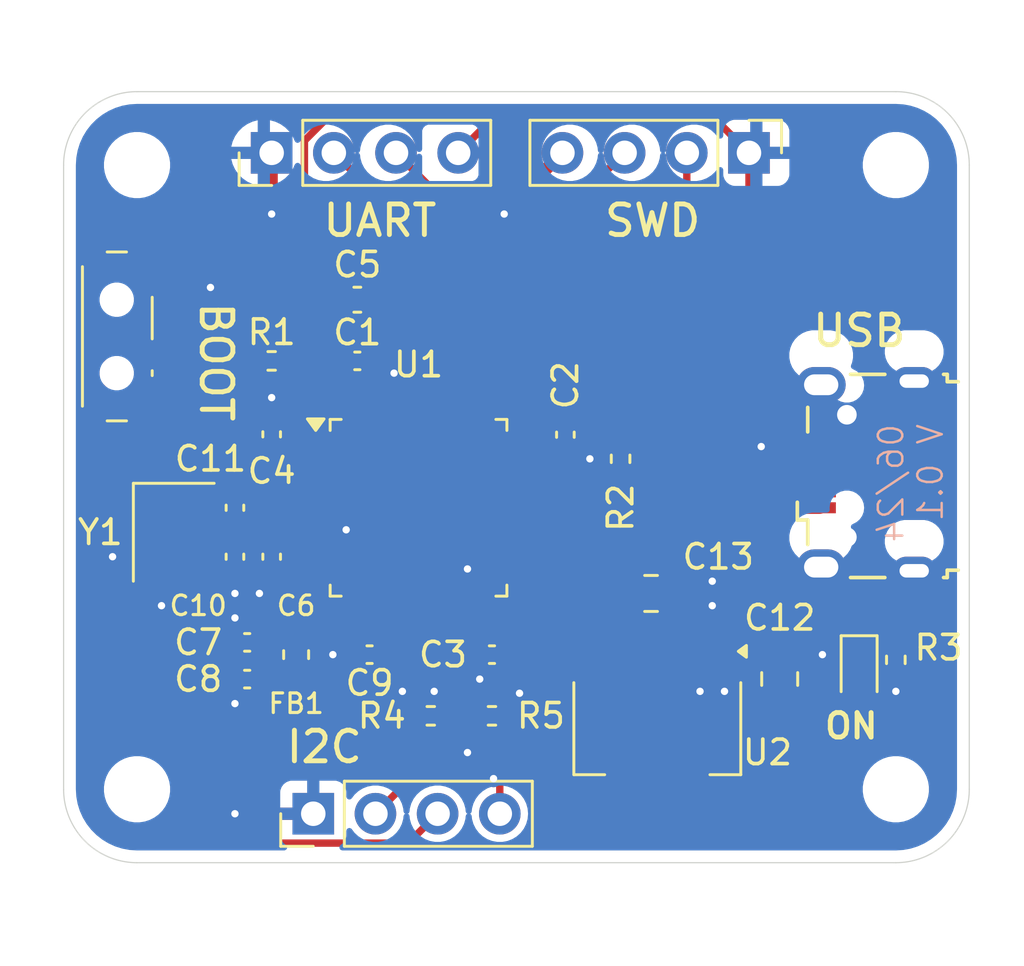
<source format=kicad_pcb>
(kicad_pcb (version 20240108) (generator "pcbnew") (generator_version "8.0")
  (layers (0 "F.Cu" signal) (31 "B.Cu" power) (34 "B.Paste" user) (35 "F.Paste" user) (36 "B.SilkS" user "B.Silkscreen") (37 "F.SilkS" user "F.Silkscreen") (38 "B.Mask" user) (39 "F.Mask" user) (44 "Edge.Cuts" user))
  (net 0 "")
  (net 1 "+3.3V")
  (net 2 "+3.3VA")
  (net 3 "GND")
  (net 4 "/NRST")
  (net 5 "/HSC_IN")
  (net 6 "/HSC_OUT")
  (net 7 "VBUS")
  (net 9 "/USB_D+")
  (net 12 "/USB_D-")
  (net 13 "/SWDIO")
  (net 14 "/SWDCLK")
  (net 15 "/USART1_TX")
  (net 16 "/USART1_RX")
  (net 17 "/I2C2_SCL")
  (net 18 "/I2C2_SDA")
  (net 19 "/BOOT0")
  (net 20 "/SW_BOOT0")
  (net 50 "/PWR_LED_K")
  (footprint "Resistor_SMD:R_0402_1005Metric" (layer "F.Cu") (at 150 68.7125 -90)
    (property "Reference" "R3" (at -0.495 -1.745 180) (layer "F.SilkS"))
    (property "Value" "1k5")
    (fp_line (start -0.153641 0.38) (end 0.153641 0.38) (stroke (width 0.12)) (layer "F.SilkS"))
    (fp_line (start -0.153641 -0.38) (end 0.153641 -0.38) (stroke (width 0.12)) (layer "F.SilkS"))
    (pad "1" smd roundrect (at -0.51 0 270) (size 0.54 0.64) (layers "F.Cu" "F.Paste" "F.Mask") (net 50 "/PWR_LED_K"))
    (pad "2" smd roundrect (at 0.51 0 270) (size 0.54 0.64) (layers "F.Cu" "F.Paste" "F.Mask") (net 3 "GND"))
  )
  (footprint "Crystal:Crystal_SMD_3225-4Pin_3.2x2.5mm" (layer "F.Cu") (at 120.5 63.5 -90)
    (property "Reference" "Y1" (at 0 3 180) (layer "F.SilkS"))
    (property "Value" "16MHZ")
    (fp_line (start -2 1.65) (end 2 1.65) (stroke (width 0.12)) (layer "F.SilkS"))
    (fp_line (start -2 -1.65) (end -2 1.65) (stroke (width 0.12)) (layer "F.SilkS"))
    (pad "1" smd rect (at -1.1 0.85 270) (size 1.4 1.2) (layers "F.Cu" "F.Paste" "F.Mask") (net 5 "/HSC_IN"))
    (pad "2" smd rect (at 1.1 0.85 270) (size 1.4 1.2) (layers "F.Cu" "F.Paste" "F.Mask") (net 3 "GND"))
    (pad "3" smd rect (at 1.1 -0.85 270) (size 1.4 1.2) (layers "F.Cu" "F.Paste" "F.Mask") (net 3 "GND"))
    (pad "4" smd rect (at -1.1 -0.85 270) (size 1.4 1.2) (layers "F.Cu" "F.Paste" "F.Mask") (net 6 "/HSC_OUT"))
  )
  (footprint "Package_QFP:LQFP-48_7x7mm_P0.5mm" (layer "F.Cu") (at 130.5 62.5)
    (property "Reference" "U1" (at 0 -5.85 0) (layer "F.SilkS"))
    (property "Value" "STM32F103C8T6")
    (fp_line (start -3.61 -3.61) (end -3.61 -3.16) (stroke (width 0.12)) (layer "F.SilkS"))
    (fp_line (start -3.61 3.61) (end -3.61 3.16) (stroke (width 0.12)) (layer "F.SilkS"))
    (fp_line (start -3.16 -3.61) (end -3.61 -3.61) (stroke (width 0.12)) (layer "F.SilkS"))
    (fp_line (start -3.16 3.61) (end -3.61 3.61) (stroke (width 0.12)) (layer "F.SilkS"))
    (fp_line (start 3.16 -3.61) (end 3.61 -3.61) (stroke (width 0.12)) (layer "F.SilkS"))
    (fp_line (start 3.16 3.61) (end 3.61 3.61) (stroke (width 0.12)) (layer "F.SilkS"))
    (fp_line (start 3.61 -3.61) (end 3.61 -3.16) (stroke (width 0.12)) (layer "F.SilkS"))
    (fp_line (start 3.61 3.61) (end 3.61 3.16) (stroke (width 0.12)) (layer "F.SilkS"))
    (fp_poly (pts (xy -4.2 -3.16) (xy -4.54 -3.63) (xy -3.86 -3.63) (xy -4.2 -3.16)) (stroke (width 0.12)) (fill solid) (layer "F.SilkS"))
    (pad "1" smd roundrect (at -4.1625 -2.75) (size 1.475 0.3) (layers "F.Cu" "F.Paste" "F.Mask") (net 1 "+3.3V"))
    (pad "2" smd roundrect (at -4.1625 -2.25) (size 1.475 0.3) (layers "F.Cu" "F.Paste" "F.Mask"))
    (pad "3" smd roundrect (at -4.1625 -1.75) (size 1.475 0.3) (layers "F.Cu" "F.Paste" "F.Mask"))
    (pad "4" smd roundrect (at -4.1625 -1.25) (size 1.475 0.3) (layers "F.Cu" "F.Paste" "F.Mask"))
    (pad "5" smd roundrect (at -4.1625 -0.75) (size 1.475 0.3) (layers "F.Cu" "F.Paste" "F.Mask") (net 5 "/HSC_IN"))
    (pad "6" smd roundrect (at -4.1625 -0.25) (size 1.475 0.3) (layers "F.Cu" "F.Paste" "F.Mask") (net 6 "/HSC_OUT"))
    (pad "7" smd roundrect (at -4.1625 0.25) (size 1.475 0.3) (layers "F.Cu" "F.Paste" "F.Mask") (net 4 "/NRST"))
    (pad "8" smd roundrect (at -4.1625 0.75) (size 1.475 0.3) (layers "F.Cu" "F.Paste" "F.Mask") (net 3 "GND"))
    (pad "9" smd roundrect (at -4.1625 1.25) (size 1.475 0.3) (layers "F.Cu" "F.Paste" "F.Mask") (net 2 "+3.3VA"))
    (pad "10" smd roundrect (at -4.1625 1.75) (size 1.475 0.3) (layers "F.Cu" "F.Paste" "F.Mask"))
    (pad "11" smd roundrect (at -4.1625 2.25) (size 1.475 0.3) (layers "F.Cu" "F.Paste" "F.Mask"))
    (pad "12" smd roundrect (at -4.1625 2.75) (size 1.475 0.3) (layers "F.Cu" "F.Paste" "F.Mask"))
    (pad "13" smd roundrect (at -2.75 4.1625) (size 0.3 1.475) (layers "F.Cu" "F.Paste" "F.Mask"))
    (pad "14" smd roundrect (at -2.25 4.1625) (size 0.3 1.475) (layers "F.Cu" "F.Paste" "F.Mask"))
    (pad "15" smd roundrect (at -1.75 4.1625) (size 0.3 1.475) (layers "F.Cu" "F.Paste" "F.Mask"))
    (pad "16" smd roundrect (at -1.25 4.1625) (size 0.3 1.475) (layers "F.Cu" "F.Paste" "F.Mask"))
    (pad "17" smd roundrect (at -0.75 4.1625) (size 0.3 1.475) (layers "F.Cu" "F.Paste" "F.Mask"))
    (pad "18" smd roundrect (at -0.25 4.1625) (size 0.3 1.475) (layers "F.Cu" "F.Paste" "F.Mask"))
    (pad "19" smd roundrect (at 0.25 4.1625) (size 0.3 1.475) (layers "F.Cu" "F.Paste" "F.Mask"))
    (pad "20" smd roundrect (at 0.75 4.1625) (size 0.3 1.475) (layers "F.Cu" "F.Paste" "F.Mask"))
    (pad "21" smd roundrect (at 1.25 4.1625) (size 0.3 1.475) (layers "F.Cu" "F.Paste" "F.Mask") (net 17 "/I2C2_SCL"))
    (pad "22" smd roundrect (at 1.75 4.1625) (size 0.3 1.475) (layers "F.Cu" "F.Paste" "F.Mask") (net 18 "/I2C2_SDA"))
    (pad "23" smd roundrect (at 2.25 4.1625) (size 0.3 1.475) (layers "F.Cu" "F.Paste" "F.Mask") (net 3 "GND"))
    (pad "24" smd roundrect (at 2.75 4.1625) (size 0.3 1.475) (layers "F.Cu" "F.Paste" "F.Mask") (net 1 "+3.3V"))
    (pad "25" smd roundrect (at 4.1625 2.75) (size 1.475 0.3) (layers "F.Cu" "F.Paste" "F.Mask"))
    (pad "26" smd roundrect (at 4.1625 2.25) (size 1.475 0.3) (layers "F.Cu" "F.Paste" "F.Mask"))
    (pad "27" smd roundrect (at 4.1625 1.75) (size 1.475 0.3) (layers "F.Cu" "F.Paste" "F.Mask"))
    (pad "28" smd roundrect (at 4.1625 1.25) (size 1.475 0.3) (layers "F.Cu" "F.Paste" "F.Mask"))
    (pad "29" smd roundrect (at 4.1625 0.75) (size 1.475 0.3) (layers "F.Cu" "F.Paste" "F.Mask"))
    (pad "30" smd roundrect (at 4.1625 0.25) (size 1.475 0.3) (layers "F.Cu" "F.Paste" "F.Mask"))
    (pad "31" smd roundrect (at 4.1625 -0.25) (size 1.475 0.3) (layers "F.Cu" "F.Paste" "F.Mask"))
    (pad "32" smd roundrect (at 4.1625 -0.75) (size 1.475 0.3) (layers "F.Cu" "F.Paste" "F.Mask") (net 12 "/USB_D-"))
    (pad "33" smd roundrect (at 4.1625 -1.25) (size 1.475 0.3) (layers "F.Cu" "F.Paste" "F.Mask") (net 9 "/USB_D+"))
    (pad "34" smd roundrect (at 4.1625 -1.75) (size 1.475 0.3) (layers "F.Cu" "F.Paste" "F.Mask") (net 13 "/SWDIO"))
    (pad "35" smd roundrect (at 4.1625 -2.25) (size 1.475 0.3) (layers "F.Cu" "F.Paste" "F.Mask") (net 3 "GND"))
    (pad "36" smd roundrect (at 4.1625 -2.75) (size 1.475 0.3) (layers "F.Cu" "F.Paste" "F.Mask") (net 1 "+3.3V"))
    (pad "37" smd roundrect (at 2.75 -4.1625) (size 0.3 1.475) (layers "F.Cu" "F.Paste" "F.Mask") (net 14 "/SWDCLK"))
    (pad "38" smd roundrect (at 2.25 -4.1625) (size 0.3 1.475) (layers "F.Cu" "F.Paste" "F.Mask"))
    (pad "39" smd roundrect (at 1.75 -4.1625) (size 0.3 1.475) (layers "F.Cu" "F.Paste" "F.Mask"))
    (pad "40" smd roundrect (at 1.25 -4.1625) (size 0.3 1.475) (layers "F.Cu" "F.Paste" "F.Mask"))
    (pad "41" smd roundrect (at 0.75 -4.1625) (size 0.3 1.475) (layers "F.Cu" "F.Paste" "F.Mask"))
    (pad "42" smd roundrect (at 0.25 -4.1625) (size 0.3 1.475) (layers "F.Cu" "F.Paste" "F.Mask") (net 15 "/USART1_TX"))
    (pad "43" smd roundrect (at -0.25 -4.1625) (size 0.3 1.475) (layers "F.Cu" "F.Paste" "F.Mask") (net 16 "/USART1_RX"))
    (pad "44" smd roundrect (at -0.75 -4.1625) (size 0.3 1.475) (layers "F.Cu" "F.Paste" "F.Mask") (net 19 "/BOOT0"))
    (pad "45" smd roundrect (at -1.25 -4.1625) (size 0.3 1.475) (layers "F.Cu" "F.Paste" "F.Mask"))
    (pad "46" smd roundrect (at -1.75 -4.1625) (size 0.3 1.475) (layers "F.Cu" "F.Paste" "F.Mask"))
    (pad "47" smd roundrect (at -2.25 -4.1625) (size 0.3 1.475) (layers "F.Cu" "F.Paste" "F.Mask") (net 3 "GND"))
    (pad "48" smd roundrect (at -2.75 -4.1625) (size 0.3 1.475) (layers "F.Cu" "F.Paste" "F.Mask") (net 1 "+3.3V"))
  )
  (footprint "MountingHole:MountingHole_2.2mm_M2" (layer "F.Cu") (at 119 74)
    (property "Reference" "H3" (hide yes))
    (property "Value" "MountingHole")
    (pad "" np_thru_hole circle (at 0 0) (size 2.2 2.2) (drill 2.2) (layers "*.Cu" "*.Mask"))
  )
  (footprint "Connector_USB:USB_Micro-B_Wuerth_629105150521" (layer "F.Cu") (at 148.8 61.2 90)
    (property "Reference" "J1" (hide yes))
    (property "Value" "USB_B_Mini")
    (fp_line (start -1.075 -2.825) (end -1.8 -2.825) (stroke (width 0.15)) (layer "F.SilkS"))
    (fp_line (start -1.8 -2.825) (end -1.8 -2.4) (stroke (width 0.15)) (layer "F.SilkS"))
    (fp_line (start 1.8 -2.4) (end 2.8 -2.4) (stroke (width 0.15)) (layer "F.SilkS"))
    (fp_line (start -1.8 -2.4) (end -2.8 -2.4) (stroke (width 0.15)) (layer "F.SilkS"))
    (fp_line (start -4.15 -0.65) (end -4.15 0.75) (stroke (width 0.15)) (layer "F.SilkS"))
    (fp_line (start 4.15 0.75) (end 4.15 -0.65) (stroke (width 0.15)) (layer "F.SilkS"))
    (fp_line (start -4.15 3.15) (end -4.15 3.3) (stroke (width 0.15)) (layer "F.SilkS"))
    (fp_line (start 4.15 3.3) (end 4.15 3.15) (stroke (width 0.15)) (layer "F.SilkS"))
    (fp_line (start 3.85 3.3) (end 4.15 3.3) (stroke (width 0.15)) (layer "F.SilkS"))
    (fp_line (start -3.85 3.3) (end -3.85 3.75) (stroke (width 0.15)) (layer "F.SilkS"))
    (fp_line (start -4.15 3.3) (end -3.85 3.3) (stroke (width 0.15)) (layer "F.SilkS"))
    (fp_line (start 3.85 3.75) (end 3.85 3.3) (stroke (width 0.15)) (layer "F.SilkS"))
    (pad "" np_thru_hole oval (at -2.5 -0.8 90) (size 0.8 0.8) (drill 0.8) (layers "*.Cu" "*.Mask"))
    (pad "" np_thru_hole oval (at 2.5 -0.8 90) (size 0.8 0.8) (drill 0.8) (layers "*.Cu" "*.Mask"))
    (pad "1" smd rect (at -1.3 -1.9 90) (size 0.45 1.3) (layers "F.Cu" "F.Paste" "F.Mask") (net 7 "VBUS"))
    (pad "2" smd rect (at -0.65 -1.9 90) (size 0.45 1.3) (layers "F.Cu" "F.Paste" "F.Mask") (net 12 "/USB_D-"))
    (pad "3" smd rect (at 0 -1.9 90) (size 0.45 1.3) (layers "F.Cu" "F.Paste" "F.Mask") (net 9 "/USB_D+"))
    (pad "4" smd rect (at 0.65 -1.9 90) (size 0.45 1.3) (layers "F.Cu" "F.Paste" "F.Mask"))
    (pad "5" smd rect (at 1.3 -1.9 90) (size 0.45 1.3) (layers "F.Cu" "F.Paste" "F.Mask") (net 3 "GND"))
    (pad "6" thru_hole oval (at -3.875 1.95 90) (size 1.15 1.8) (drill oval 0.55 1.2) (layers "*.Cu" "*.Mask"))
    (pad "6" thru_hole oval (at -3.725 -1.85 90) (size 1.45 2) (drill oval 0.85 1.4) (layers "*.Cu" "*.Mask"))
    (pad "6" thru_hole oval (at 3.725 -1.85 90) (size 1.45 2) (drill oval 0.85 1.4) (layers "*.Cu" "*.Mask"))
    (pad "6" thru_hole oval (at 3.875 1.95 90) (size 1.15 1.8) (drill oval 0.55 1.2) (layers "*.Cu" "*.Mask"))
  )
  (footprint "Capacitor_SMD:C_0402_1005Metric" (layer "F.Cu") (at 123 62.5 -90)
    (property "Reference" "C11" (at -2 1 180) (layer "F.SilkS"))
    (property "Value" "10p")
    (fp_line (start -0.107836 0.36) (end 0.107836 0.36) (stroke (width 0.12)) (layer "F.SilkS"))
    (fp_line (start -0.107836 -0.36) (end 0.107836 -0.36) (stroke (width 0.12)) (layer "F.SilkS"))
    (pad "1" smd roundrect (at -0.48 0 270) (size 0.56 0.62) (layers "F.Cu" "F.Paste" "F.Mask") (net 6 "/HSC_OUT"))
    (pad "2" smd roundrect (at 0.48 0 270) (size 0.56 0.62) (layers "F.Cu" "F.Paste" "F.Mask") (net 3 "GND"))
  )
  (footprint "Connector_PinHeader_2.54mm:PinHeader_1x04_P2.54mm_Vertical" (layer "F.Cu") (at 144 48 -90)
    (property "Reference" "J2" (hide yes))
    (property "Value" "Conn_01x04_Pin")
    (fp_line (start -1.33 8.95) (end 1.33 8.95) (stroke (width 0.12)) (layer "F.SilkS"))
    (fp_line (start -1.33 1.27) (end -1.33 8.95) (stroke (width 0.12)) (layer "F.SilkS"))
    (fp_line (start -1.33 1.27) (end 1.33 1.27) (stroke (width 0.12)) (layer "F.SilkS"))
    (fp_line (start 1.33 1.27) (end 1.33 8.95) (stroke (width 0.12)) (layer "F.SilkS"))
    (fp_line (start -1.33 0) (end -1.33 -1.33) (stroke (width 0.12)) (layer "F.SilkS"))
    (fp_line (start -1.33 -1.33) (end 0 -1.33) (stroke (width 0.12)) (layer "F.SilkS"))
    (pad "1" thru_hole rect (at 0 0 270) (size 1.7 1.7) (drill 1) (layers "*.Cu" "*.Mask") (net 1 "+3.3V"))
    (pad "2" thru_hole oval (at 0 2.54 270) (size 1.7 1.7) (drill 1) (layers "*.Cu" "*.Mask") (net 13 "/SWDIO"))
    (pad "3" thru_hole oval (at 0 5.08 270) (size 1.7 1.7) (drill 1) (layers "*.Cu" "*.Mask") (net 14 "/SWDCLK"))
    (pad "4" thru_hole oval (at 0 7.62 270) (size 1.7 1.7) (drill 1) (layers "*.Cu" "*.Mask") (net 3 "GND"))
  )
  (footprint "Resistor_SMD:R_0402_1005Metric" (layer "F.Cu") (at 138.755 60.5 -90)
    (property "Reference" "R2" (at 2 0 90) (layer "F.SilkS"))
    (property "Value" "1k5")
    (fp_line (start -0.153641 0.38) (end 0.153641 0.38) (stroke (width 0.12)) (layer "F.SilkS"))
    (fp_line (start -0.153641 -0.38) (end 0.153641 -0.38) (stroke (width 0.12)) (layer "F.SilkS"))
    (pad "1" smd roundrect (at -0.51 0 270) (size 0.54 0.64) (layers "F.Cu" "F.Paste" "F.Mask") (net 1 "+3.3V"))
    (pad "2" smd roundrect (at 0.51 0 270) (size 0.54 0.64) (layers "F.Cu" "F.Paste" "F.Mask") (net 9 "/USB_D+"))
  )
  (footprint "MountingHole:MountingHole_2.2mm_M2" (layer "F.Cu") (at 150 74)
    (property "Reference" "H4" (hide yes))
    (property "Value" "MountingHole")
    (pad "" np_thru_hole circle (at 0 0) (size 2.2 2.2) (drill 2.2) (layers "*.Cu" "*.Mask"))
  )
  (footprint "Capacitor_SMD:C_0402_1005Metric" (layer "F.Cu") (at 128 56.5)
    (property "Reference" "C1" (at 0 -1.16 0) (layer "F.SilkS"))
    (property "Value" "100n")
    (fp_line (start -0.107836 -0.36) (end 0.107836 -0.36) (stroke (width 0.12)) (layer "F.SilkS"))
    (fp_line (start -0.107836 0.36) (end 0.107836 0.36) (stroke (width 0.12)) (layer "F.SilkS"))
    (pad "1" smd roundrect (at -0.48 0) (size 0.56 0.62) (layers "F.Cu" "F.Paste" "F.Mask") (net 1 "+3.3V"))
    (pad "2" smd roundrect (at 0.48 0) (size 0.56 0.62) (layers "F.Cu" "F.Paste" "F.Mask") (net 3 "GND"))
  )
  (footprint "Capacitor_SMD:C_0402_1005Metric" (layer "F.Cu") (at 136.5 59.515 -90)
    (property "Reference" "C2" (at -2.02 0 90) (layer "F.SilkS"))
    (property "Value" "100n")
    (fp_line (start -0.107836 0.36) (end 0.107836 0.36) (stroke (width 0.12)) (layer "F.SilkS"))
    (fp_line (start -0.107836 -0.36) (end 0.107836 -0.36) (stroke (width 0.12)) (layer "F.SilkS"))
    (pad "1" smd roundrect (at -0.48 0 270) (size 0.56 0.62) (layers "F.Cu" "F.Paste" "F.Mask") (net 1 "+3.3V"))
    (pad "2" smd roundrect (at 0.48 0 270) (size 0.56 0.62) (layers "F.Cu" "F.Paste" "F.Mask") (net 3 "GND"))
  )
  (footprint "Inductor_SMD:L_0603_1608Metric" (layer "F.Cu") (at 125.5 68.5 -90)
    (property "Reference" "FB1" (at 2 0 180) (layer "F.SilkS") (effects (font (size 0.8 0.8) (thickness 0.13))))
    (property "Value" "120R")
    (fp_line (start -0.162779 0.51) (end 0.162779 0.51) (stroke (width 0.12)) (layer "F.SilkS"))
    (fp_line (start -0.162779 -0.51) (end 0.162779 -0.51) (stroke (width 0.12)) (layer "F.SilkS"))
    (pad "1" smd roundrect (at -0.7875 0 270) (size 0.875 0.95) (layers "F.Cu" "F.Paste" "F.Mask") (net 2 "+3.3VA"))
    (pad "2" smd roundrect (at 0.7875 0 270) (size 0.875 0.95) (layers "F.Cu" "F.Paste" "F.Mask") (net 1 "+3.3V"))
  )
  (footprint "MountingHole:MountingHole_2.2mm_M2" (layer "F.Cu") (at 150 48.5)
    (property "Reference" "H2" (hide yes))
    (property "Value" "MountingHole")
    (pad "" np_thru_hole circle (at 0 0) (size 2.2 2.2) (drill 2.2) (layers "*.Cu" "*.Mask"))
  )
  (footprint "Connector_PinHeader_2.54mm:PinHeader_1x04_P2.54mm_Vertical" (layer "F.Cu") (at 124.5 48 90)
    (property "Reference" "J3" (hide yes))
    (property "Value" "Conn_01x04_Pin")
    (fp_line (start -1.33 -1.33) (end 0 -1.33) (stroke (width 0.12)) (layer "F.SilkS"))
    (fp_line (start -1.33 0) (end -1.33 -1.33) (stroke (width 0.12)) (layer "F.SilkS"))
    (fp_line (start 1.33 1.27) (end 1.33 8.95) (stroke (width 0.12)) (layer "F.SilkS"))
    (fp_line (start -1.33 1.27) (end 1.33 1.27) (stroke (width 0.12)) (layer "F.SilkS"))
    (fp_line (start -1.33 1.27) (end -1.33 8.95) (stroke (width 0.12)) (layer "F.SilkS"))
    (fp_line (start -1.33 8.95) (end 1.33 8.95) (stroke (width 0.12)) (layer "F.SilkS"))
    (pad "1" thru_hole rect (at 0 0 90) (size 1.7 1.7) (drill 1) (layers "*.Cu" "*.Mask") (net 3 "GND"))
    (pad "2" thru_hole oval (at 0 2.54 90) (size 1.7 1.7) (drill 1) (layers "*.Cu" "*.Mask") (net 16 "/USART1_RX"))
    (pad "3" thru_hole oval (at 0 5.08 90) (size 1.7 1.7) (drill 1) (layers "*.Cu" "*.Mask") (net 15 "/USART1_TX"))
    (pad "4" thru_hole oval (at 0 7.62 90) (size 1.7 1.7) (drill 1) (layers "*.Cu" "*.Mask") (net 1 "+3.3V"))
  )
  (footprint "Capacitor_SMD:C_0402_1005Metric" (layer "F.Cu") (at 123.5 69.5 180)
    (property "Reference" "C8" (at 2 0 0) (layer "F.SilkS"))
    (property "Value" "1u")
    (fp_line (start -0.107836 0.36) (end 0.107836 0.36) (stroke (width 0.12)) (layer "F.SilkS"))
    (fp_line (start -0.107836 -0.36) (end 0.107836 -0.36) (stroke (width 0.12)) (layer "F.SilkS"))
    (pad "1" smd roundrect (at -0.48 0 180) (size 0.56 0.62) (layers "F.Cu" "F.Paste" "F.Mask") (net 1 "+3.3V"))
    (pad "2" smd roundrect (at 0.48 0 180) (size 0.56 0.62) (layers "F.Cu" "F.Paste" "F.Mask") (net 3 "GND"))
  )
  (footprint "Connector_PinHeader_2.54mm:PinHeader_1x04_P2.54mm_Vertical" (layer "F.Cu") (at 126.2 75 90)
    (property "Reference" "J4" (hide yes))
    (property "Value" "Conn_01x04_Pin")
    (fp_line (start -1.33 -1.33) (end 0 -1.33) (stroke (width 0.12)) (layer "F.SilkS"))
    (fp_line (start -1.33 0) (end -1.33 -1.33) (stroke (width 0.12)) (layer "F.SilkS"))
    (fp_line (start 1.33 1.27) (end 1.33 8.95) (stroke (width 0.12)) (layer "F.SilkS"))
    (fp_line (start -1.33 1.27) (end 1.33 1.27) (stroke (width 0.12)) (layer "F.SilkS"))
    (fp_line (start -1.33 1.27) (end -1.33 8.95) (stroke (width 0.12)) (layer "F.SilkS"))
    (fp_line (start -1.33 8.95) (end 1.33 8.95) (stroke (width 0.12)) (layer "F.SilkS"))
    (pad "1" thru_hole rect (at 0 0 90) (size 1.7 1.7) (drill 1) (layers "*.Cu" "*.Mask") (net 3 "GND"))
    (pad "2" thru_hole oval (at 0 2.54 90) (size 1.7 1.7) (drill 1) (layers "*.Cu" "*.Mask") (net 18 "/I2C2_SDA"))
    (pad "3" thru_hole oval (at 0 5.08 90) (size 1.7 1.7) (drill 1) (layers "*.Cu" "*.Mask") (net 17 "/I2C2_SCL"))
    (pad "4" thru_hole oval (at 0 7.62 90) (size 1.7 1.7) (drill 1) (layers "*.Cu" "*.Mask") (net 1 "+3.3V"))
  )
  (footprint "Resistor_SMD:R_0402_1005Metric" (layer "F.Cu") (at 131 71 180)
    (property "Reference" "R4" (at 2 0 360) (layer "F.SilkS"))
    (property "Value" "1k5")
    (fp_line (start -0.153641 0.38) (end 0.153641 0.38) (stroke (width 0.12)) (layer "F.SilkS"))
    (fp_line (start -0.153641 -0.38) (end 0.153641 -0.38) (stroke (width 0.12)) (layer "F.SilkS"))
    (pad "1" smd roundrect (at -0.51 0 180) (size 0.54 0.64) (layers "F.Cu" "F.Paste" "F.Mask") (net 1 "+3.3V"))
    (pad "2" smd roundrect (at 0.51 0 180) (size 0.54 0.64) (layers "F.Cu" "F.Paste" "F.Mask") (net 17 "/I2C2_SCL"))
  )
  (footprint "Capacitor_SMD:C_0402_1005Metric" (layer "F.Cu") (at 124.5 64.5 -90)
    (property "Reference" "C6" (at 2 -1 180) (layer "F.SilkS") (effects (font (size 0.8 0.8) (thickness 0.13))))
    (property "Value" "10n")
    (fp_line (start -0.107836 0.36) (end 0.107836 0.36) (stroke (width 0.12)) (layer "F.SilkS"))
    (fp_line (start -0.107836 -0.36) (end 0.107836 -0.36) (stroke (width 0.12)) (layer "F.SilkS"))
    (pad "1" smd roundrect (at -0.48 0 270) (size 0.56 0.62) (layers "F.Cu" "F.Paste" "F.Mask") (net 2 "+3.3VA"))
    (pad "2" smd roundrect (at 0.48 0 270) (size 0.56 0.62) (layers "F.Cu" "F.Paste" "F.Mask") (net 3 "GND"))
  )
  (footprint "Capacitor_SMD:C_0805_2012Metric" (layer "F.Cu") (at 145.255 69.495 -90)
    (property "Reference" "C12" (at -2.5 0 180) (layer "F.SilkS"))
    (property "Value" "22u")
    (fp_line (start -0.261252 0.735) (end 0.261252 0.735) (stroke (width 0.12)) (layer "F.SilkS"))
    (fp_line (start -0.261252 -0.735) (end 0.261252 -0.735) (stroke (width 0.12)) (layer "F.SilkS"))
    (pad "1" smd roundrect (at -0.95 0 270) (size 1 1.45) (layers "F.Cu" "F.Paste" "F.Mask") (net 3 "GND"))
    (pad "2" smd roundrect (at 0.95 0 270) (size 1 1.45) (layers "F.Cu" "F.Paste" "F.Mask") (net 1 "+3.3V"))
  )
  (footprint "Package_TO_SOT_SMD:SOT-223-3_TabPin2" (layer "F.Cu") (at 140.255 71.495 -90)
    (property "Reference" "U2" (at 1 -4.5 180) (layer "F.SilkS"))
    (property "Value" "AMS1117-3.3")
    (fp_line (start -1.85 3.41) (end 1.91 3.41) (stroke (width 0.12)) (layer "F.SilkS"))
    (fp_line (start 1.91 3.41) (end 1.91 2.15) (stroke (width 0.12)) (layer "F.SilkS"))
    (fp_line (start -1.85 -3.41) (end 1.91 -3.41) (stroke (width 0.12)) (layer "F.SilkS"))
    (fp_line (start 1.91 -3.41) (end 1.91 -2.15) (stroke (width 0.12)) (layer "F.SilkS"))
    (fp_poly (pts (xy -3.13 -3.31) (xy -3.37 -3.64) (xy -2.89 -3.64) (xy -3.13 -3.31)) (stroke (width 0.12)) (fill solid) (layer "F.SilkS"))
    (pad "1" smd roundrect (at -3.15 -2.3 270) (size 2 1.5) (layers "F.Cu" "F.Paste" "F.Mask") (net 3 "GND"))
    (pad "2" smd roundrect (at -3.15 0 270) (size 2 1.5) (layers "F.Cu" "F.Paste" "F.Mask") (net 1 "+3.3V"))
    (pad "2" smd roundrect (at 3.15 0 270) (size 2 3.8) (layers "F.Cu" "F.Paste" "F.Mask") (net 1 "+3.3V"))
    (pad "3" smd roundrect (at -3.15 2.3 270) (size 2 1.5) (layers "F.Cu" "F.Paste" "F.Mask") (net 7 "VBUS"))
  )
  (footprint "Button_Switch_SMD:SW_SPDT_PCM12" (layer "F.Cu") (at 118.5 55.5 -90)
    (property "Reference" "SW1" (hide yes))
    (property "Value" "SW_SPDT")
    (fp_line (start -2.85 1.73) (end 2.85 1.73) (stroke (width 0.12)) (layer "F.SilkS"))
    (fp_line (start 3.45 0.72) (end 3.45 -0.07) (stroke (width 0.12)) (layer "F.SilkS"))
    (fp_line (start -3.45 -0.07) (end -3.45 0.72) (stroke (width 0.12)) (layer "F.SilkS"))
    (fp_line (start -1.6 -1.12) (end 0.1 -1.12) (stroke (width 0.12)) (layer "F.SilkS"))
    (fp_line (start 1.4 -1.12) (end 1.6 -1.12) (stroke (width 0.12)) (layer "F.SilkS"))
    (pad "" smd rect (at -3.65 -0.78 270) (size 1 0.8) (layers "F.Cu" "F.Paste" "F.Mask"))
    (pad "" smd rect (at -3.65 1.43 270) (size 1 0.8) (layers "F.Cu" "F.Paste" "F.Mask"))
    (pad "" np_thru_hole circle (at -1.5 0.33 270) (size 0.9 0.9) (drill 0.9) (layers "*.Cu" "*.Mask"))
    (pad "" np_thru_hole circle (at 1.5 0.33 270) (size 0.9 0.9) (drill 0.9) (layers "*.Cu" "*.Mask"))
    (pad "" smd rect (at 3.65 -0.78 270) (size 1 0.8) (layers "F.Cu" "F.Paste" "F.Mask"))
    (pad "" smd rect (at 3.65 1.43 270) (size 1 0.8) (layers "F.Cu" "F.Paste" "F.Mask"))
    (pad "1" smd rect (at -2.25 -1.43 270) (size 0.7 1.5) (layers "F.Cu" "F.Paste" "F.Mask") (net 3 "GND"))
    (pad "2" smd rect (at 0.75 -1.43 270) (size 0.7 1.5) (layers "F.Cu" "F.Paste" "F.Mask") (net 20 "/SW_BOOT0"))
    (pad "3" smd rect (at 2.25 -1.43 270) (size 0.7 1.5) (layers "F.Cu" "F.Paste" "F.Mask") (net 1 "+3.3V"))
  )
  (footprint "Capacitor_SMD:C_0805_2012Metric" (layer "F.Cu") (at 140 66 180)
    (property "Reference" "C13" (at -2.745 1.495 0) (layer "F.SilkS"))
    (property "Value" "22u")
    (fp_line (start -0.261252 0.735) (end 0.261252 0.735) (stroke (width 0.12)) (layer "F.SilkS"))
    (fp_line (start -0.261252 -0.735) (end 0.261252 -0.735) (stroke (width 0.12)) (layer "F.SilkS"))
    (pad "1" smd roundrect (at -0.95 0 180) (size 1 1.45) (layers "F.Cu" "F.Paste" "F.Mask") (net 3 "GND"))
    (pad "2" smd roundrect (at 0.95 0 180) (size 1 1.45) (layers "F.Cu" "F.Paste" "F.Mask") (net 7 "VBUS"))
  )
  (footprint "LED_SMD:LED_0603_1608Metric" (layer "F.Cu") (at 148.5 69.2125 -90)
    (property "Reference" "D1" (hide yes))
    (property "Value" "RED")
    (fp_line (start -1.485 0.735) (end 0.8 0.735) (stroke (width 0.12)) (layer "F.SilkS"))
    (fp_line (start -1.485 -0.735) (end -1.485 0.735) (stroke (width 0.12)) (layer "F.SilkS"))
    (fp_line (start 0.8 -0.735) (end -1.485 -0.735) (stroke (width 0.12)) (layer "F.SilkS"))
    (pad "1" smd roundrect (at -0.7875 0 270) (size 0.875 0.95) (layers "F.Cu" "F.Paste" "F.Mask") (net 50 "/PWR_LED_K"))
    (pad "2" smd roundrect (at 0.7875 0 270) (size 0.875 0.95) (layers "F.Cu" "F.Paste" "F.Mask") (net 1 "+3.3V"))
  )
  (footprint "Capacitor_SMD:C_0402_1005Metric" (layer "F.Cu") (at 128.5 68.5 180)
    (property "Reference" "C9" (at 0 -1.16 0) (layer "F.SilkS"))
    (property "Value" "100n")
    (fp_line (start -0.107836 0.36) (end 0.107836 0.36) (stroke (width 0.12)) (layer "F.SilkS"))
    (fp_line (start -0.107836 -0.36) (end 0.107836 -0.36) (stroke (width 0.12)) (layer "F.SilkS"))
    (pad "1" smd roundrect (at -0.48 0 180) (size 0.56 0.62) (layers "F.Cu" "F.Paste" "F.Mask") (net 4 "/NRST"))
    (pad "2" smd roundrect (at 0.48 0 180) (size 0.56 0.62) (layers "F.Cu" "F.Paste" "F.Mask") (net 3 "GND"))
  )
  (footprint "Capacitor_SMD:C_0402_1005Metric" (layer "F.Cu") (at 124.5 59.5 90)
    (property "Reference" "C4" (at -1.5 0 0) (layer "F.SilkS"))
    (property "Value" "100n")
    (fp_line (start -0.107836 -0.36) (end 0.107836 -0.36) (stroke (width 0.12)) (layer "F.SilkS"))
    (fp_line (start -0.107836 0.36) (end 0.107836 0.36) (stroke (width 0.12)) (layer "F.SilkS"))
    (pad "1" smd roundrect (at -0.48 0 90) (size 0.56 0.62) (layers "F.Cu" "F.Paste" "F.Mask") (net 1 "+3.3V"))
    (pad "2" smd roundrect (at 0.48 0 90) (size 0.56 0.62) (layers "F.Cu" "F.Paste" "F.Mask") (net 3 "GND"))
  )
  (footprint "Capacitor_SMD:C_0402_1005Metric" (layer "F.Cu") (at 123 64.5 -90)
    (property "Reference" "C10" (at 2 1.5 180) (layer "F.SilkS") (effects (font (size 0.8 0.8) (thickness 0.13))))
    (property "Value" "10p")
    (fp_line (start -0.107836 0.36) (end 0.107836 0.36) (stroke (width 0.12)) (layer "F.SilkS"))
    (fp_line (start -0.107836 -0.36) (end 0.107836 -0.36) (stroke (width 0.12)) (layer "F.SilkS"))
    (pad "1" smd roundrect (at -0.48 0 270) (size 0.56 0.62) (layers "F.Cu" "F.Paste" "F.Mask") (net 5 "/HSC_IN"))
    (pad "2" smd roundrect (at 0.48 0 270) (size 0.56 0.62) (layers "F.Cu" "F.Paste" "F.Mask") (net 3 "GND"))
  )
  (footprint "Capacitor_SMD:C_0402_1005Metric" (layer "F.Cu") (at 123.5 68 180)
    (property "Reference" "C7" (at 2 0 0) (layer "F.SilkS"))
    (property "Value" "1u")
    (fp_line (start -0.107836 0.36) (end 0.107836 0.36) (stroke (width 0.12)) (layer "F.SilkS"))
    (fp_line (start -0.107836 -0.36) (end 0.107836 -0.36) (stroke (width 0.12)) (layer "F.SilkS"))
    (pad "1" smd roundrect (at -0.48 0 180) (size 0.56 0.62) (layers "F.Cu" "F.Paste" "F.Mask") (net 2 "+3.3VA"))
    (pad "2" smd roundrect (at 0.48 0 180) (size 0.56 0.62) (layers "F.Cu" "F.Paste" "F.Mask") (net 3 "GND"))
  )
  (footprint "Resistor_SMD:R_0402_1005Metric" (layer "F.Cu") (at 124.5 56.5)
    (property "Reference" "R1" (at 0 -1.17 0) (layer "F.SilkS"))
    (property "Value" "10K")
    (fp_line (start -0.153641 -0.38) (end 0.153641 -0.38) (stroke (width 0.12)) (layer "F.SilkS"))
    (fp_line (start -0.153641 0.38) (end 0.153641 0.38) (stroke (width 0.12)) (layer "F.SilkS"))
    (pad "1" smd roundrect (at -0.51 0) (size 0.54 0.64) (layers "F.Cu" "F.Paste" "F.Mask") (net 20 "/SW_BOOT0"))
    (pad "2" smd roundrect (at 0.51 0) (size 0.54 0.64) (layers "F.Cu" "F.Paste" "F.Mask") (net 19 "/BOOT0"))
  )
  (footprint "MountingHole:MountingHole_2.2mm_M2" (layer "F.Cu") (at 119 48.5)
    (property "Reference" "H1" (hide yes))
    (property "Value" "MountingHole")
    (pad "" np_thru_hole circle (at 0 0) (size 2.2 2.2) (drill 2.2) (layers "*.Cu" "*.Mask"))
  )
  (footprint "Capacitor_SMD:C_0402_1005Metric" (layer "F.Cu") (at 133.5 68.5 180)
    (property "Reference" "C3" (at 2 0 0) (layer "F.SilkS"))
    (property "Value" "100n")
    (fp_line (start -0.107836 0.36) (end 0.107836 0.36) (stroke (width 0.12)) (layer "F.SilkS"))
    (fp_line (start -0.107836 -0.36) (end 0.107836 -0.36) (stroke (width 0.12)) (layer "F.SilkS"))
    (pad "1" smd roundrect (at -0.48 0 180) (size 0.56 0.62) (layers "F.Cu" "F.Paste" "F.Mask") (net 1 "+3.3V"))
    (pad "2" smd roundrect (at 0.48 0 180) (size 0.56 0.62) (layers "F.Cu" "F.Paste" "F.Mask") (net 3 "GND"))
  )
  (footprint "Resistor_SMD:R_0402_1005Metric" (layer "F.Cu") (at 133.5 71)
    (property "Reference" "R5" (at 2 0 360) (layer "F.SilkS"))
    (property "Value" "1k5")
    (fp_line (start -0.153641 -0.38) (end 0.153641 -0.38) (stroke (width 0.12)) (layer "F.SilkS"))
    (fp_line (start -0.153641 0.38) (end 0.153641 0.38) (stroke (width 0.12)) (layer "F.SilkS"))
    (pad "1" smd roundrect (at -0.51 0) (size 0.54 0.64) (layers "F.Cu" "F.Paste" "F.Mask") (net 1 "+3.3V"))
    (pad "2" smd roundrect (at 0.51 0) (size 0.54 0.64) (layers "F.Cu" "F.Paste" "F.Mask") (net 18 "/I2C2_SDA"))
  )
  (footprint "Capacitor_SMD:C_0603_1608Metric" (layer "F.Cu") (at 128 54)
    (property "Reference" "C5" (at 0 -1.43 0) (layer "F.SilkS"))
    (property "Value" "10u")
    (fp_line (start -0.14058 -0.51) (end 0.14058 -0.51) (stroke (width 0.12)) (layer "F.SilkS"))
    (fp_line (start -0.14058 0.51) (end 0.14058 0.51) (stroke (width 0.12)) (layer "F.SilkS"))
    (pad "1" smd roundrect (at -0.775 0) (size 0.9 0.95) (layers "F.Cu" "F.Paste" "F.Mask") (net 1 "+3.3V"))
    (pad "2" smd roundrect (at 0.775 0) (size 0.9 0.95) (layers "F.Cu" "F.Paste" "F.Mask") (net 3 "GND"))
  )
  (gr_arc (start 116 48.5) (mid 116.87868 46.37868) (end 119 45.5) (stroke (width 0.05)) (layer "Edge.Cuts"))
  (gr_arc (start 119 77) (mid 116.87868 76.12132) (end 116 74) (stroke (width 0.05)) (layer "Edge.Cuts"))
  (gr_arc (start 150 45.5) (mid 152.12132 46.37868) (end 153 48.5) (stroke (width 0.05)) (layer "Edge.Cuts"))
  (gr_line (start 150 45.5) (end 119 45.5) (stroke (width 0.05)) (layer "Edge.Cuts"))
  (gr_line (start 153 74) (end 153 48.5) (stroke (width 0.05)) (layer "Edge.Cuts"))
  (gr_arc (start 153 74) (mid 152.12132 76.12132) (end 150 77) (stroke (width 0.05)) (layer "Edge.Cuts"))
  (gr_line (start 116 48.5) (end 116 74) (stroke (width 0.05)) (layer "Edge.Cuts"))
  (gr_line (start 119 77) (end 150 77) (stroke (width 0.05)) (layer "Edge.Cuts"))
  (gr_text "06/24\nV 0.1" (at 152 59 90) (layer "B.SilkS") (effects (font (size 1 1) (thickness 0.1)) (justify left bottom mirror)))
  (gr_text "I2C" (at 125 73 0) (layer "F.SilkS") (effects (font (size 1.25 1.25) (thickness 0.2)) (justify left bottom)))
  (gr_text "UART" (at 126.5 51.5 0) (layer "F.SilkS") (effects (font (size 1.25 1.25) (thickness 0.2)) (justify left bottom)))
  (gr_text "USB" (at 146.5 56 0) (layer "F.SilkS") (effects (font (size 1.25 1.25) (thickness 0.2)) (justify left bottom)))
  (gr_text "ON" (at 147 72 0) (layer "F.SilkS") (effects (font (size 1 1) (thickness 0.2)) (justify left bottom)))
  (gr_text "BOOT" (at 121.5 54 270) (layer "F.SilkS") (effects (font (size 1.25 1.25) (thickness 0.2)) (justify left bottom)))
  (gr_text "SWD" (at 138 51.5 0) (layer "F.SilkS") (effects (font (size 1.25 1.25) (thickness 0.2)) (justify left bottom)))
  (segment (start 125.84 47.502943) (end 126.842943 46.5) (width 0.3) (layer "F.Cu") (net 1))
  (segment (start 127.225 54) (end 127.225 56.205) (width 0.5) (layer "F.Cu") (net 1))
  (segment (start 142.5 46.5) (end 144 48) (width 0.3) (layer "F.Cu") (net 1))
  (segment (start 120.3 59.75) (end 117.3 62.75) (width 0.3) (layer "F.Cu") (net 1))
  (segment (start 133.98 67.3925) (end 133.25 66.6625) (width 0.2) (layer "F.Cu") (net 1))
  (segment (start 127.75 56.73) (end 127.52 56.5) (width 0.3) (layer "F.Cu") (net 1))
  (segment (start 135.3775 59.035) (end 136.5 59.035) (width 0.3) (layer "F.Cu") (net 1))
  (segment (start 117.3 65.78995) (end 122.71005 71.2) (width 0.3) (layer "F.Cu") (net 1))
  (segment (start 125.5 69.2875) (end 124.1925 69.2875) (width 0.3) (layer "F.Cu") (net 1))
  (segment (start 138.755 59.485) (end 138.755 59.99) (width 0.3) (layer "F.Cu") (net 1))
  (segment (start 123.98 70.52) (end 123.98 69.5) (width 0.3) (layer "F.Cu") (net 1))
  (segment (start 133.98 68.5) (end 133.98 67.3925) (width 0.2) (layer "F.Cu") (net 1))
  (segment (start 133.82 75) (end 133.82 73.82) (width 0.3) (layer "F.Cu") (net 1))
  (segment (start 132.99 72.01) (end 132.99 71) (width 0.3) (layer "F.Cu") (net 1))
  (segment (start 128.2975 69.2875) (end 125.5 69.2875) (width 0.3) (layer "F.Cu") (net 1))
  (segment (start 117.967918 58) (end 119.68 58) (width 0.3) (layer "F.Cu") (net 1))
  (segment (start 131.14 70.63) (end 131.51 71) (width 0.3) (layer "F.Cu") (net 1))
  (segment (start 128.2975 69.2875) (end 129.1275 69.2875) (width 0.3) (layer "F.Cu") (net 1))
  (segment (start 140.255 74.645) (end 134.11 68.5) (width 0.5) (layer "F.Cu") (net 1))
  (segment (start 124.5 59.98) (end 124.73 59.75) (width 0.3) (layer "F.Cu") (net 1))
  (segment (start 122.16 59.98) (end 124.5 59.98) (width 0.3) (layer "F.Cu") (net 1))
  (segment (start 148.055 70.445) (end 148.5 70) (width 0.3) (layer "F.Cu") (net 1))
  (segment (start 135.50312 59.75) (end 134.6625 59.75) (width 0.3) (layer "F.Cu") (net 1))
  (segment (start 134.175 74.645) (end 133.82 75) (width 0.3) (layer "F.Cu") (net 1))
  (segment (start 144 51.25312) (end 135.50312 59.75) (width 0.3) (layer "F.Cu") (net 1))
  (segment (start 127.75 58.3375) (end 125.84 56.4275) (width 0.3) (layer "F.Cu") (net 1))
  (segment (start 136.755 58.755) (end 136.62656 58.62656) (width 0.3) (layer "F.Cu") (net 1))
  (segment (start 124.73 59.75) (end 126.3375 59.75) (width 0.3) (layer "F.Cu") (net 1))
  (segment (start 129.1275 69.2875) (end 129.84 70) (width 0.3) (layer "F.Cu") (net 1))
  (segment (start 118.417918 55.55) (end 117.32 56.647918) (width 0.3) (layer "F.Cu") (net 1))
  (segment (start 145.255 70.445) (end 148.055 70.445) (width 0.3) (layer "F.Cu") (net 1))
  (segment (start 117.32 57.352082) (end 117.967918 58) (width 0.3) (layer "F.Cu") (net 1))
  (segment (start 134.11 68.5) (end 133.98 68.5) (width 0.2) (layer "F.Cu") (net 1))
  (segment (start 117.32 56.647918) (end 117.32 57.352082) (width 0.3) (layer "F.Cu") (net 1))
  (segment (start 117.3 62.75) (end 117.3 65.78995) (width 0.3) (layer "F.Cu") (net 1))
  (segment (start 125.84 56.4275) (end 125.84 47.502943) (width 0.3) (layer "F.Cu") (net 1))
  (segment (start 132.99 71) (end 131.51 71) (width 0.3) (layer "F.Cu") (net 1))
  (segment (start 127.225 56.205) (end 127.52 56.5) (width 0.3) (layer "F.Cu") (net 1))
  (segment (start 127.75 58.3375) (end 127.75 57.600001) (width 0.3) (layer "F.Cu") (net 1))
  (segment (start 119.93 57.75) (end 122.16 59.98) (width 0.3) (layer "F.Cu") (net 1))
  (segment (start 136.755 59.035) (end 136.755 58.755) (width 0.3) (layer "F.Cu") (net 1))
  (segment (start 140.255 74.645) (end 141.055 74.645) (width 0.3) (layer "F.Cu") (net 1))
  (segment (start 137.205 59.485) (end 136.755 59.035) (width 0.3) (layer "F.Cu") (net 1))
  (segment (start 134.6625 59.75) (end 135.3775 59.035) (width 0.3) (layer "F.Cu") (net 1))
  (segment (start 133.62 46.5) (end 142.5 46.5) (width 0.3) (layer "F.Cu") (net 1))
  (segment (start 126.3375 59.75) (end 120.3 59.75) (width 0.3) (layer "F.Cu") (net 1))
  (segment (start 144 48) (end 144 51.25312) (width 0.3) (layer "F.Cu") (net 1))
  (segment (start 125.699999 55.55) (end 118.417918 55.55) (width 0.3) (layer "F.Cu") (net 1))
  (segment (start 127.75 58.3375) (end 127.75 56.73) (width 0.3) (layer "F.Cu") (net 1))
  (segment (start 124.1925 69.2875) (end 123.98 69.5) (width 0.3) (layer "F.Cu") (net 1))
  (segment (start 126.842943 46.5) (end 133.62 46.5) (width 0.3) (layer "F.Cu") (net 1))
  (segment (start 123.3 71.2) (end 123.98 70.52) (width 0.3) (layer "F.Cu") (net 1))
  (segment (start 132.99 71) (end 133.98 70.01) (width 0.3) (layer "F.Cu") (net 1))
  (segment (start 122.71005 71.2) (end 123.3 71.2) (width 0.3) (layer "F.Cu") (net 1))
  (segment (start 141.055 74.645) (end 145.255 70.445) (width 0.3) (layer "F.Cu") (net 1))
  (segment (start 140.255 68.345) (end 140.255 74.645) (width 0.3) (layer "F.Cu") (net 1))
  (segment (start 133.98 70.01) (end 133.98 68.5) (width 0.3) (layer "F.Cu") (net 1))
  (segment (start 127.75 57.600001) (end 125.699999 55.55) (width 0.3) (layer "F.Cu") (net 1))
  (segment (start 138.755 59.485) (end 137.205 59.485) (width 0.3) (layer "F.Cu") (net 1))
  (segment (start 132.5 72.5) (end 132.99 72.01) (width 0.3) (layer "F.Cu") (net 1))
  (segment (start 119.68 58) (end 119.93 57.75) (width 0.3) (layer "F.Cu") (net 1))
  (segment (start 131.14 70) (end 131.14 70.63) (width 0.3) (layer "F.Cu") (net 1))
  (segment (start 133.82 73.82) (end 133.564265 73.564265) (width 0.3) (layer "F.Cu") (net 1))
  (segment (start 132.12 48) (end 133.62 46.5) (width 0.3) (layer "F.Cu") (net 1))
  (via (at 129.84 70) (size 0.6) (drill 0.3) (layers "F.Cu" "B.Cu") (net 1))
  (via (at 132.5 72.5) (size 0.7) (drill 0.3) (layers "F.Cu" "B.Cu") (net 1))
  (via (at 131.14 70) (size 0.6) (drill 0.3) (layers "F.Cu" "B.Cu") (net 1))
  (via (at 133.564265 73.564265) (size 0.7) (drill 0.3) (layers "F.Cu" "B.Cu") (net 1))
  (segment (start 133.564265 73.564265) (end 132.5 72.5) (width 0.3) (layer "B.Cu") (net 1))
  (segment (start 129.84 70) (end 131.14 70) (width 0.3) (layer "B.Cu") (net 1))
  (segment (start 125 63.75) (end 125.16 63.91) (width 0.3) (layer "F.Cu") (net 2))
  (segment (start 124.5 64.02) (end 124.77 63.75) (width 0.3) (layer "F.Cu") (net 2))
  (segment (start 125 63.75) (end 126.3375 63.75) (width 0.3) (layer "F.Cu") (net 2))
  (segment (start 124.77 63.75) (end 125 63.75) (width 0.3) (layer "F.Cu") (net 2))
  (segment (start 125.16 63.91) (end 125.16 67.3725) (width 0.3) (layer "F.Cu") (net 2))
  (segment (start 125.16 67.3725) (end 125.5 67.7125) (width 0.3) (layer "F.Cu") (net 2))
  (segment (start 123.98 68) (end 125.2125 68) (width 0.2) (layer "F.Cu") (net 2))
  (segment (start 125.2125 68) (end 125.5 67.7125) (width 0.2) (layer "F.Cu") (net 2))
  (segment (start 128.74688 57) (end 129.5 57) (width 0.3) (layer "F.Cu") (net 3))
  (segment (start 142.555 69.445) (end 142 70) (width 0.5) (layer "F.Cu") (net 3))
  (segment (start 127.393436 63.25) (end 127.543436 63.4) (width 0.3) (layer "F.Cu") (net 3))
  (segment (start 124.5 65.5) (end 124 66) (width 0.5) (layer "F.Cu") (net 3))
  (segment (start 142.005 65.995) (end 142.5 65.5) (width 0.5) (layer "F.Cu") (net 3))
  (segment (start 121.73 64.98) (end 121.35 64.6) (width 0.5) (layer "F.Cu") (net 3))
  (segment (start 123.27 63.25) (end 126.3375 63.25) (width 0.3) (layer "F.Cu") (net 3))
  (segment (start 124.5 59.02) (end 124.5 58) (width 0.5) (layer "F.Cu") (net 3))
  (segment (start 124.5 64.98) (end 124.5 65.5) (width 0.5) (layer "F.Cu") (net 3))
  (segment (start 136.995 59.995) (end 137.5 60.5) (width 0.3) (layer "F.Cu") (net 3))
  (segment (start 124.5 48) (end 124.5 50.5) (width 0.5) (layer "F.Cu") (net 3))
  (segment (start 132.75 68.23) (end 132.75 66.6625) (width 0.3) (layer "F.Cu") (net 3))
  (segment (start 144.6 59.9) (end 144.5 60) (width 0.5) (layer "F.Cu") (net 3))
  (segment (start 133.02 68.5) (end 132.75 68.23) (width 0.3) (layer "F.Cu") (net 3))
  (segment (start 128.25 58.3375) (end 128.25 57.49688) (width 0.3) (layer "F.Cu") (net 3))
  (segment (start 121.75 53.25) (end 122 53.5) (width 0.5) (layer "F.Cu") (net 3))
  (segment (start 136.5 59.995) (end 136.995 59.995) (width 0.3) (layer "F.Cu") (net 3))
  (segment (start 128.775 56.205) (end 128.48 56.5) (width 0.5) (layer "F.Cu") (net 3))
  (segment (start 123.02 69.5) (end 123.02 70.48) (width 0.5) (layer "F.Cu") (net 3))
  (segment (start 132.75 65.25) (end 132.5 65) (width 0.3) (layer "F.Cu") (net 3))
  (segment (start 123.02 67.02) (end 123 67) (width 0.5) (layer "F.Cu") (net 3))
  (segment (start 141.21 66.5) (end 142.5 66.5) (width 0.5) (layer "F.Cu") (net 3))
  (segment (start 123.02 68) (end 123.02 67.02) (width 0.5) (layer "F.Cu") (net 3))
  (segment (start 136.38 48) (end 134 50.38) (width 0.5) (layer "F.Cu") (net 3))
  (segment (start 121.35 64.6) (end 120 65.95) (width 0.5) (layer "F.Cu") (net 3))
  (segment (start 142.555 68.345) (end 142.555 69.555) (width 0.5) (layer "F.Cu") (net 3))
  (segment (start 118.1 64.6) (end 118 64.5) (width 0.5) (layer "F.Cu") (net 3))
  (segment (start 140.705 65.995) (end 141.21 66.5) (width 0.5) (layer "F.Cu") (net 3))
  (segment (start 123 62.98) (end 123.27 63.25) (width 0.3) (layer "F.Cu") (net 3))
  (segment (start 128.25 57.49688) (end 128.74688 57) (width 0.3) (layer "F.Cu") (net 3))
  (segment (start 134 50.38) (end 134 50.5) (width 0.5) (layer "F.Cu") (net 3))
  (segment (start 119.65 64.6) (end 118.1 64.6) (width 0.5) (layer "F.Cu") (net 3))
  (segment (start 123.02 70.48) (end 123 70.5) (width 0.5) (layer "F.Cu") (net 3))
  (segment (start 128.775 54) (end 128.775 56.205) (width 0.5) (layer "F.Cu") (net 3))
  (segment (start 128.48 56.5) (end 128.25 56.73) (width 0.3) (layer "F.Cu") (net 3))
  (segment (start 126.3375 63.25) (end 127.393436 63.25) (width 0.3) (layer "F.Cu") (net 3))
  (segment (start 140.705 65.995) (end 142.005 65.995) (width 0.5) (layer "F.Cu") (net 3))
  (segment (start 132.75 66.6625) (end 132.75 65.25) (width 0.3) (layer "F.Cu") (net 3))
  (segment (start 126.2 75) (end 123 75) (width 0.5) (layer "F.Cu") (net 3))
  (segment (start 142.555 68.345) (end 142.555 69.445) (width 0.5) (layer "F.Cu") (net 3))
  (segment (start 128.25 56.73) (end 128.25 58.3375) (width 0.3) (layer "F.Cu") (net 3))
  (segment (start 120 65.95) (end 120 66.5) (width 0.5) (layer "F.Cu") (net 3))
  (segment (start 123 64.98) (end 123 66) (width 0.5) (layer "F.Cu") (net 3))
  (segment (start 146.9 59.9) (end 144.6 59.9) (width 0.5) (layer "F.Cu") (net 3))
  (segment (start 128.02 68.5) (end 127 68.5) (width 0.5) (layer "F.Cu") (net 3))
  (segment (start 142.555 69.555) (end 143 70) (width 0.5) (layer "F.Cu") (net 3))
  (segment (start 145.255 68.545) (end 146.955 68.545) (width 0.5) (layer "F.Cu") (net 3))
  (segment (start 136.5 59.995) (end 136.245 60.25) (width 0.3) (layer "F.Cu") (net 3))
  (segment (start 146.955 68.545) (end 147 68.5) (width 0.5) (layer "F.Cu") (net 3))
  (segment (start 136.245 60.25) (end 134.6625 60.25) (width 0.3) (layer "F.Cu") (net 3))
  (segment (start 119.93 53.25) (end 121.75 53.25) (width 0.5) (layer "F.Cu") (net 3))
  (segment (start 150 69.2225) (end 150 70) (width 0.5) (layer "F.Cu") (net 3))
  (via (at 142.5 65.5) (size 0.7) (drill 0.3) (layers "F.Cu" "B.Cu") (net 3))
  (via (at 118 64.5) (size 0.7) (drill 0.3) (layers "F.Cu" "B.Cu") (net 3))
  (via (at 143 70) (size 0.7) (drill 0.3) (layers "F.Cu" "B.Cu") (net 3))
  (via (at 122 53.5) (size 0.7) (drill 0.3) (layers "F.Cu" "B.Cu") (net 3))
  (via (at 129.5 57) (size 0.6) (drill 0.3) (layers "F.Cu" "B.Cu") (net 3))
  (via (at 127.543436 63.4) (size 0.6) (drill 0.3) (layers "F.Cu" "B.Cu") (net 3))
  (via (at 124.5 58) (size 0.7) (drill 0.3) (layers "F.Cu" "B.Cu") (net 3))
  (via (at 124.5 50.5) (size 0.7) (drill 0.3) (layers "F.Cu" "B.Cu") (net 3))
  (via (at 123 75) (size 0.7) (drill 0.3) (layers "F.Cu" "B.Cu") (net 3))
  (via (at 123 66) (size 0.7) (drill 0.3) (layers "F.Cu" "B.Cu") (net 3))
  (via (at 150 70) (size 0.7) (drill 0.3) (layers "F.Cu" "B.Cu") (net 3))
  (via (at 123 67) (size 0.7) (drill 0.3) (layers "F.Cu" "B.Cu") (net 3))
  (via (at 120 66.5) (size 0.7) (drill 0.3) (layers "F.Cu" "B.Cu") (net 3))
  (via (at 144.5 60) (size 0.7) (drill 0.3) (layers "F.Cu" "B.Cu") (net 3))
  (via (at 132.5 65) (size 0.6) (drill 0.3) (layers "F.Cu" "B.Cu") (net 3))
  (via (at 124 66) (size 0.7) (drill 0.3) (layers "F.Cu" "B.Cu") (net 3))
  (via (at 142 70) (size 0.7) (drill 0.3) (layers "F.Cu" "B.Cu") (net 3))
  (via (at 127 68.5) (size 0.7) (drill 0.3) (layers "F.Cu" "B.Cu") (net 3))
  (via (at 147 68.5) (size 0.7) (drill 0.3) (layers "F.Cu" "B.Cu") (net 3))
  (via (at 137.5 60.5) (size 0.6) (drill 0.3) (layers "F.Cu" "B.Cu") (net 3))
  (via (at 134 50.5) (size 0.7) (drill 0.3) (layers "F.Cu" "B.Cu") (net 3))
  (via (at 123 70.5) (size 0.7) (drill 0.3) (layers "F.Cu" "B.Cu") (net 3))
  (via (at 142.5 66.5) (size 0.7) (drill 0.3) (layers "F.Cu" "B.Cu") (net 3))
  (segment (start 128.98 68.5) (end 128.98 68.190001) (width 0.3) (layer "F.Cu") (net 4))
  (segment (start 127.25 65.67812) (end 128.5 64.42812) (width 0.3) (layer "F.Cu") (net 4))
  (segment (start 128.25 62.75) (end 126.3375 62.75) (width 0.3) (layer "F.Cu") (net 4))
  (segment (start 128.5 63) (end 128.25 62.75) (width 0.3) (layer "F.Cu") (net 4))
  (segment (start 128.5 64.42812) (end 128.5 63) (width 0.3) (layer "F.Cu") (net 4))
  (segment (start 127.25 67.75) (end 127.25 65.67812) (width 0.3) (layer "F.Cu") (net 4))
  (segment (start 128.98 68.190001) (end 128.589999 67.8) (width 0.3) (layer "F.Cu") (net 4))
  (segment (start 127.3 67.8) (end 127.25 67.75) (width 0.3) (layer "F.Cu") (net 4))
  (segment (start 128.589999 67.8) (end 127.3 67.8) (width 0.3) (layer "F.Cu") (net 4))
  (segment (start 124.513154 61) (end 125.263154 61.75) (width 0.3) (layer "F.Cu") (net 5))
  (segment (start 123 64.02) (end 122.38 63.4) (width 0.2) (layer "F.Cu") (net 5))
  (segment (start 120.95 61) (end 124.513154 61) (width 0.3) (layer "F.Cu") (net 5))
  (segment (start 119.65 62.5) (end 119.65 62.4) (width 0.2) (layer "F.Cu") (net 5))
  (segment (start 120.55 63.4) (end 119.65 62.5) (width 0.2) (layer "F.Cu") (net 5))
  (segment (start 122.38 63.4) (end 120.55 63.4) (width 0.2) (layer "F.Cu") (net 5))
  (segment (start 119.65 62.3) (end 120.95 61) (width 0.3) (layer "F.Cu") (net 5))
  (segment (start 119.65 62.4) (end 119.65 62.3) (width 0.3) (layer "F.Cu") (net 5))
  (segment (start 125.263154 61.75) (end 126.3375 61.75) (width 0.3) (layer "F.Cu") (net 5))
  (segment (start 121.35 62.4) (end 122.62 62.4) (width 0.2) (layer "F.Cu") (net 6))
  (segment (start 123 62.02) (end 123.23 62.25) (width 0.3) (layer "F.Cu") (net 6))
  (segment (start 122.62 62.4) (end 123 62.02) (width 0.2) (layer "F.Cu") (net 6))
  (segment (start 123.23 62.25) (end 126.3375 62.25) (width 0.3) (layer "F.Cu") (net 6))
  (segment (start 137.955 66.845) (end 138.805 65.995) (width 0.5) (layer "F.Cu") (net 7))
  (segment (start 146.9 62.5) (end 142.3 62.5) (width 0.5) (layer "F.Cu") (net 7))
  (segment (start 142.3 62.5) (end 138.805 65.995) (width 0.5) (layer "F.Cu") (net 7))
  (segment (start 137.955 68.345) (end 137.955 66.845) (width 0.5) (layer "F.Cu") (net 7))
  (segment (start 138.755 61.01) (end 138.945 61.2) (width 0.3) (layer "F.Cu") (net 9))
  (segment (start 138.515 61.25) (end 138.755 61.01) (width 0.3) (layer "F.Cu") (net 9))
  (segment (start 134.6625 61.25) (end 138.515 61.25) (width 0.3) (layer "F.Cu") (net 9))
  (segment (start 138.945 61.2) (end 146.9 61.2) (width 0.3) (layer "F.Cu") (net 9))
  (segment (start 135.50312 61.75) (end 134.6625 61.75) (width 0.3) (layer "F.Cu") (net 12))
  (segment (start 135.60312 61.85) (end 135.50312 61.75) (width 0.3) (layer "F.Cu") (net 12))
  (segment (start 146.9 61.85) (end 135.60312 61.85) (width 0.3) (layer "F.Cu") (net 12))
  (segment (start 133.42031 60.34843) (end 133.42031 59.50781) (width 0.3) (layer "F.Cu") (net 13))
  (segment (start 141.46 51.46812) (end 141.46 48) (width 0.3) (layer "F.Cu") (net 13))
  (segment (start 133.82188 60.75) (end 133.42031 60.34843) (width 0.3) (layer "F.Cu") (net 13))
  (segment (start 133.42031 59.50781) (end 141.46 51.46812) (width 0.3) (layer "F.Cu") (net 13))
  (segment (start 134.6625 60.75) (end 133.82188 60.75) (width 0.3) (layer "F.Cu") (net 13))
  (segment (start 138.92 48) (end 133.25 53.67) (width 0.3) (layer "F.Cu") (net 14))
  (segment (start 133.25 53.67) (end 133.25 58.3375) (width 0.3) (layer "F.Cu") (net 14))
  (segment (start 130.75 57.49688) (end 130.75 58.3375) (width 0.3) (layer "F.Cu") (net 15))
  (segment (start 129.58 48) (end 131.5 49.92) (width 0.3) (layer "F.Cu") (net 15))
  (segment (start 131.5 56.74688) (end 130.75 57.49688) (width 0.3) (layer "F.Cu") (net 15))
  (segment (start 131.5 49.92) (end 131.5 56.74688) (width 0.3) (layer "F.Cu") (net 15))
  (segment (start 127.04 48) (end 130.25 51.21) (width 0.3) (layer "F.Cu") (net 16))
  (segment (start 130.25 51.21) (end 130.25 58.3375) (width 0.3) (layer "F.Cu") (net 16))
  (segment (start 130.08 76.2) (end 123.2 76.2) (width 0.3) (layer "F.Cu") (net 17))
  (segment (start 130.217106 71.5) (end 130.51 71.207106) (width 0.3) (layer "F.Cu") (net 17))
  (segment (start 122.3 74.7) (end 125.5 71.5) (width 0.3) (layer "F.Cu") (net 17))
  (segment (start 130.49 68.76312) (end 130.49 71) (width 0.3) (layer "F.Cu") (net 17))
  (segment (start 131.75 67.50312) (end 130.49 68.76312) (width 0.3) (layer "F.Cu") (net 17))
  (segment (start 131.75 66.6625) (end 131.75 67.50312) (width 0.3) (layer "F.Cu") (net 17))
  (segment (start 123.2 76.2) (end 122.3 75.3) (width 0.3) (layer "F.Cu") (net 17))
  (segment (start 131.28 75) (end 130.08 76.2) (width 0.3) (layer "F.Cu") (net 17))
  (segment (start 125.5 71.5) (end 130.217106 71.5) (width 0.3) (layer "F.Cu") (net 17))
  (segment (start 122.3 75.3) (end 122.3 74.7) (width 0.3) (layer "F.Cu") (net 17))
  (segment (start 128.74 75) (end 130.54 73.2) (width 0.3) (layer "F.Cu") (net 18))
  (segment (start 132.8 73.2) (end 134.01 71.99) (width 0.3) (layer "F.Cu") (net 18))
  (segment (start 134.62652 70.077179) (end 134.62652 70.38348) (width 0.3) (layer "F.Cu") (net 18))
  (segment (start 130.54 73.2) (end 132.8 73.2) (width 0.3) (layer "F.Cu") (net 18))
  (segment (start 134.62652 70.38348) (end 134.01 71) (width 0.3) (layer "F.Cu") (net 18))
  (segment (start 132.25 68.75) (end 133 69.5) (width 0.3) (layer "F.Cu") (net 18))
  (segment (start 134.01 71.99) (end 134.01 71) (width 0.3) (layer "F.Cu") (net 18))
  (segment (start 132.25 66.6625) (end 132.25 68.75) (width 0.3) (layer "F.Cu") (net 18))
  (via (at 134.62652 70.077179) (size 0.6) (drill 0.3) (layers "F.Cu" "B.Cu") (net 18))
  (via (at 133 69.5) (size 0.6) (drill 0.3) (layers "F.Cu" "B.Cu") (net 18))
  (segment (start 134.049341 69.5) (end 134.62652 70.077179) (width 0.3) (layer "B.Cu") (net 18))
  (segment (start 133 69.5) (end 134.049341 69.5) (width 0.3) (layer "B.Cu") (net 18))
  (segment (start 127.49688 59.425) (end 129.575 59.425) (width 0.3) (layer "F.Cu") (net 19))
  (segment (start 129.75 59.25) (end 129.75 58.3375) (width 0.3) (layer "F.Cu") (net 19))
  (segment (start 125.01 56.93812) (end 127.49688 59.425) (width 0.3) (layer "F.Cu") (net 19))
  (segment (start 125.01 56.5) (end 125.01 56.93812) (width 0.3) (layer "F.Cu") (net 19))
  (segment (start 129.575 59.425) (end 129.75 59.25) (width 0.3) (layer "F.Cu") (net 19))
  (segment (start 123.74 56.25) (end 123.99 56.5) (width 0.2) (layer "F.Cu") (net 20))
  (segment (start 119.93 56.25) (end 123.74 56.25) (width 0.3) (layer "F.Cu") (net 20))
  (segment (start 149.7775 68.425) (end 150 68.2025) (width 0.2) (layer "F.Cu") (net 50))
  (segment (start 148.5 68.425) (end 149.7775 68.425) (width 0.2) (layer "F.Cu") (net 50))
  (zone (net 3) (net_name "GND") (layer "B.Cu") (connect_pads (clearance 0.3)) (min_thickness 0.25) (fill yes (thermal_gap 0.5) (thermal_bridge_width 0.5))
    (polygon (pts (xy 116 45.5) (xy 153 45.5) (xy 153 77) (xy 116 77)))
  )
)
</source>
